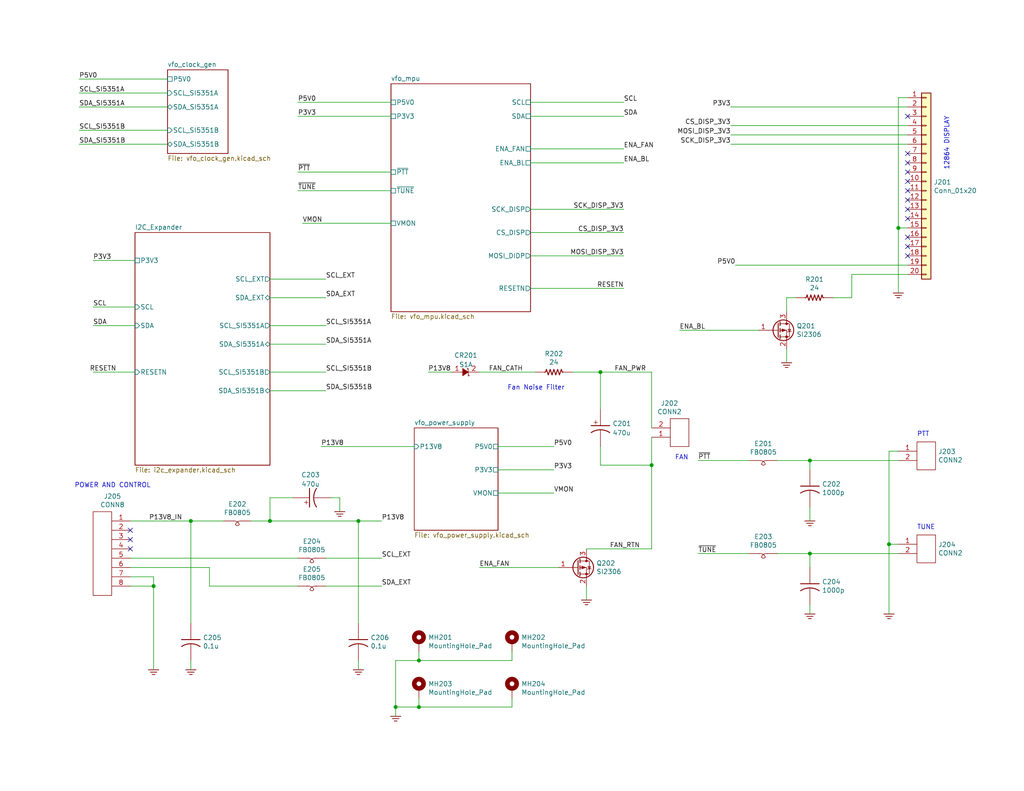
<source format=kicad_sch>
(kicad_sch (version 20211123) (generator eeschema)
  (paper "A")
  (title_block (title "Quad output VFO") (date "2022-02-23") (rev "X2"))
  (lib_symbols
    (symbol "Connector_Generic:Conn_01x20" (pin_names (offset 1.016) hide)
      (property "Reference" "J" (at 0 25.4 0))
      (property "Value" "Conn_01x20" (at 0 -27.94 0))
      (symbol "Conn_01x20_1_1"
        (rectangle (start -1.27 -25.273) (end 0 -25.527) (stroke (width 0.1524)))
        (rectangle (start -1.27 -22.733) (end 0 -22.987) (stroke (width 0.1524)))
        (rectangle (start -1.27 -20.193) (end 0 -20.447) (stroke (width 0.1524)))
        (rectangle (start -1.27 -17.653) (end 0 -17.907) (stroke (width 0.1524)))
        (rectangle (start -1.27 -15.113) (end 0 -15.367) (stroke (width 0.1524)))
        (rectangle (start -1.27 -12.573) (end 0 -12.827) (stroke (width 0.1524)))
        (rectangle (start -1.27 -10.033) (end 0 -10.287) (stroke (width 0.1524)))
        (rectangle (start -1.27 -7.493) (end 0 -7.747) (stroke (width 0.1524)))
        (rectangle (start -1.27 -4.953) (end 0 -5.207) (stroke (width 0.1524)))
        (rectangle (start -1.27 -2.413) (end 0 -2.667) (stroke (width 0.1524)))
        (rectangle (start -1.27 0.127) (end 0 -0.127) (stroke (width 0.1524)))
        (rectangle (start -1.27 2.667) (end 0 2.413) (stroke (width 0.1524)))
        (rectangle (start -1.27 5.207) (end 0 4.953) (stroke (width 0.1524)))
        (rectangle (start -1.27 7.747) (end 0 7.493) (stroke (width 0.1524)))
        (rectangle (start -1.27 10.287) (end 0 10.033) (stroke (width 0.1524)))
        (rectangle (start -1.27 12.827) (end 0 12.573) (stroke (width 0.1524)))
        (rectangle (start -1.27 15.367) (end 0 15.113) (stroke (width 0.1524)))
        (rectangle (start -1.27 17.907) (end 0 17.653) (stroke (width 0.1524)))
        (rectangle (start -1.27 20.447) (end 0 20.193) (stroke (width 0.1524)))
        (rectangle (start -1.27 22.987) (end 0 22.733) (stroke (width 0.1524)))
        (rectangle (start -1.27 24.13) (end 1.27 -26.67) (stroke (width 0.254)) (fill (type background)))
        (pin passive line (at -5.08 22.86 0) (length 3.81) (name "Pin_1") (number "1"))
        (pin passive line (at -5.08 0 0) (length 3.81) (name "Pin_10") (number "10"))
        (pin passive line (at -5.08 -2.54 0) (length 3.81) (name "Pin_11") (number "11"))
        (pin passive line (at -5.08 -5.08 0) (length 3.81) (name "Pin_12") (number "12"))
        (pin passive line (at -5.08 -7.62 0) (length 3.81) (name "Pin_13") (number "13"))
        (pin passive line (at -5.08 -10.16 0) (length 3.81) (name "Pin_14") (number "14"))
        (pin passive line (at -5.08 -12.7 0) (length 3.81) (name "Pin_15") (number "15"))
        (pin passive line (at -5.08 -15.24 0) (length 3.81) (name "Pin_16") (number "16"))
        (pin passive line (at -5.08 -17.78 0) (length 3.81) (name "Pin_17") (number "17"))
        (pin passive line (at -5.08 -20.32 0) (length 3.81) (name "Pin_18") (number "18"))
        (pin passive line (at -5.08 -22.86 0) (length 3.81) (name "Pin_19") (number "19"))
        (pin passive line (at -5.08 20.32 0) (length 3.81) (name "Pin_2") (number "2"))
        (pin passive line (at -5.08 -25.4 0) (length 3.81) (name "Pin_20") (number "20"))
        (pin passive line (at -5.08 17.78 0) (length 3.81) (name "Pin_3") (number "3"))
        (pin passive line (at -5.08 15.24 0) (length 3.81) (name "Pin_4") (number "4"))
        (pin passive line (at -5.08 12.7 0) (length 3.81) (name "Pin_5") (number "5"))
        (pin passive line (at -5.08 10.16 0) (length 3.81) (name "Pin_6") (number "6"))
        (pin passive line (at -5.08 7.62 0) (length 3.81) (name "Pin_7") (number "7"))
        (pin passive line (at -5.08 5.08 0) (length 3.81) (name "Pin_8") (number "8"))
        (pin passive line (at -5.08 2.54 0) (length 3.81) (name "Pin_9") (number "9"))
      )
    )
    (symbol "Mechanical:MountingHole_Pad" (pin_numbers hide) (pin_names (offset 1.016) hide)
      (property "Reference" "H" (at 0 6.35 0))
      (property "Value" "MountingHole_Pad" (at 0 4.445 0))
      (symbol "MountingHole_Pad_0_1"
        (circle (center 0 1.27) (radius 1.27) (stroke (width 1.27)))
      )
      (symbol "MountingHole_Pad_1_1"
        (pin input line (at 0 -2.54 90) (length 2.54) (name "1") (number "1"))
      )
    )
    (symbol "custom:CONN2" (pin_names (offset 1.016))
      (property "Reference" "J" (at 0 5.08 0))
      (property "Value" "CONN2" (at 0 -5.08 0))
      (symbol "CONN2_0_1"
        (rectangle (start -2.54 3.81) (end 2.54 -3.81))
      )
      (symbol "CONN2_1_1"
        (pin passive line (at -7.62 1.27 0) (length 5.08) (name "~") (number "1"))
        (pin passive line (at -7.62 -1.27 0) (length 5.08) (name "~") (number "2"))
      )
    )
    (symbol "custom:CONN8" (pin_names (offset 1.016))
      (property "Reference" "J" (at 0 12.7 0))
      (property "Value" "CONN8" (at 0 -12.7 0))
      (symbol "CONN8_0_1"
        (rectangle (start -2.54 11.43) (end 2.54 -11.43))
      )
      (symbol "CONN8_1_1"
        (pin passive line (at -7.62 8.89 0) (length 5.08) (name "~") (number "1"))
        (pin passive line (at -7.62 6.35 0) (length 5.08) (name "~") (number "2"))
        (pin passive line (at -7.62 3.81 0) (length 5.08) (name "~") (number "3"))
        (pin passive line (at -7.62 1.27 0) (length 5.08) (name "~") (number "4"))
        (pin passive line (at -7.62 -1.27 0) (length 5.08) (name "~") (number "5"))
        (pin passive line (at -7.62 -3.81 0) (length 5.08) (name "~") (number "6"))
        (pin passive line (at -7.62 -6.35 0) (length 5.08) (name "~") (number "7"))
        (pin passive line (at -7.62 -8.89 0) (length 5.08) (name "~") (number "8"))
      )
    )
    (symbol "custom:CP_US" (pin_numbers hide) (pin_names (offset 0.254) hide)
      (property "Reference" "C" (at 1.27 2.54 0))
      (property "Value" "CP_US" (at 1.27 -2.54 0))
      (symbol "CP_US_0_1"
        (polyline (pts (xy -1.778 1.524) (xy -0.762 1.524)) (stroke (width 0.127)))
        (polyline (pts (xy -1.27 1.016) (xy -1.27 2.032)) (stroke (width 0.127)))
        (polyline (pts (xy -2.54 0.635) (xy 2.54 0.635) (xy 2.54 0.635)) (stroke (width 0.254)))
        (arc (start 2.54 -1.27) (mid 0 -0.5009) (end -2.54 -1.27) (stroke (width 0.254)))
      )
      (symbol "CP_US_1_1"
        (pin passive line (at 0 5.08 270) (length 4.445) (name "~") (number "1"))
        (pin passive line (at 0 -5.08 90) (length 4.445) (name "~") (number "2"))
      )
    )
    (symbol "custom:C_US_0805_0.1UF_X7R_10%_50V_HS" (pin_numbers hide) (pin_names (offset 0.254) hide)
      (property "Reference" "C" (at 1.27 2.54 0))
      (property "Value" "C_US_0805_0.1UF_X7R_10%_50V_HS" (at 1.27 -2.54 0))
      (symbol "C_US_0805_0.1UF_X7R_10%_50V_HS_0_1"
        (polyline (pts (xy -2.54 0.635) (xy 2.54 0.635) (xy 2.54 0.635)) (stroke (width 0.254)))
        (arc (start 2.54 -1.27) (mid 0 -0.5009) (end -2.54 -1.27) (stroke (width 0.254)))
      )
      (symbol "C_US_0805_0.1UF_X7R_10%_50V_HS_1_1"
        (pin passive line (at 0 5.08 270) (length 4.445) (name "~") (number "1"))
        (pin passive line (at 0 -5.08 90) (length 4.445) (name "~") (number "2"))
      )
    )
    (symbol "custom:C_US_0805_C0G_NPO_5%_50V_HS" (pin_numbers hide) (pin_names (offset 0.254) hide)
      (property "Reference" "C" (at 1.27 2.54 0))
      (property "Value" "C_US_0805_C0G_NPO_5%_50V_HS" (at 1.27 -2.54 0))
      (symbol "C_US_0805_C0G_NPO_5%_50V_HS_0_1"
        (polyline (pts (xy -2.54 0.635) (xy 2.54 0.635) (xy 2.54 0.635)) (stroke (width 0.254)))
        (arc (start 2.54 -1.27) (mid 0 -0.5009) (end -2.54 -1.27) (stroke (width 0.254)))
      )
      (symbol "C_US_0805_C0G_NPO_5%_50V_HS_1_1"
        (pin passive line (at 0 5.08 270) (length 4.445) (name "~") (number "1"))
        (pin passive line (at 0 -5.08 90) (length 4.445) (name "~") (number "2"))
      )
    )
    (symbol "custom:DIODE_SCHOTTKY" (pin_names (offset 0.254) hide)
      (property "Reference" "CR" (at -1.778 2.413 0))
      (property "Value" "DIODE_SCHOTTKY" (at -7.112 -2.032 0))
      (symbol "DIODE_SCHOTTKY_0_1"
        (polyline (pts (xy -0.762 -1.016) (xy -0.762 1.016)))
        (polyline (pts (xy -0.762 -1.016) (xy -0.508 -1.016) (xy -0.508 -0.762)))
        (polyline (pts (xy -0.762 1.016) (xy -1.016 1.016) (xy -1.016 0.762)))
        (polyline (pts (xy 0.762 -1.016) (xy -0.762 0) (xy 0.762 1.016) (xy 0.762 -1.016)) (fill (type outline)))
      )
      (symbol "DIODE_SCHOTTKY_1_1"
        (pin passive line (at 3.81 0 180) (length 3.048) (name "A") (number "1"))
        (pin passive line (at -3.81 0 0) (length 3.048) (name "K") (number "2"))
      )
    )
    (symbol "custom:FB0805" (pin_numbers hide) (pin_names (offset 1.016) hide)
      (property "Reference" "E" (at -4.318 1.27 0))
      (property "Value" "FB0805" (at -4.318 -4.064 0))
      (symbol "FB0805_1_0"
        (polyline (pts (xy -2.54 0) (xy -2.286 0)))
        (polyline (pts (xy -0.254 0) (xy 0 0)))
      )
      (symbol "FB0805_1_1"
        (arc (start -1.778 -1.016) (mid -1.27 -1.27) (end -0.762 -1.016))
        (arc (start -1.27 -0.254) (mid -1.7574 -0.0446) (end -2.286 0))
        (arc (start -1.27 -0.254) (mid -1.6002 -0.5842) (end -1.778 -1.016))
        (arc (start -0.762 -1.016) (mid -0.9352 -0.5811) (end -1.27 -0.254))
        (arc (start -0.254 0) (mid -0.7826 -0.0446) (end -1.27 -0.254))
        (pin passive line (at -5.08 0 0) (length 2.54) (name "1") (number "1"))
        (pin passive line (at 2.54 0 180) (length 2.54) (name "2") (number "2"))
      )
    )
    (symbol "custom:GND_US" (power) (pin_names (offset 0))
      (symbol "GND_US_0_1"
        (polyline (pts (xy -1.397 0) (xy 1.397 0)) (stroke (width 0.2032)))
        (polyline (pts (xy -0.889 -0.635) (xy 0.889 -0.635)) (stroke (width 0.2032)))
        (polyline (pts (xy -0.381 -1.27) (xy 0.381 -1.27)) (stroke (width 0.2032)))
      )
      (symbol "GND_US_1_1"
        (pin power_in line (at 0 0 90) (length 0) hide (name "GND") (number "1"))
      )
    )
    (symbol "custom:R_US" (pin_numbers hide) (pin_names (offset 1.016) hide)
      (property "Reference" "R" (at 2.032 0 90))
      (property "Value" "R_US" (at -2.032 0 90))
      (symbol "R_US_0_0"
        (polyline (pts (xy 0 -2.54) (xy 0 -2.54) (xy 0 -2.286) (xy -0.762 -2.032) (xy 0.762 -1.524) (xy -0.762 -1.016) (xy 0.762 -0.508) (xy -0.762 0) (xy 0.762 0.508) (xy -0.762 1.016) (xy 0.762 1.524) (xy -0.762 2.032) (xy 0 2.286) (xy 0 2.54) (xy 0 2.54)) (stroke (width 0.254)))
      )
      (symbol "R_US_1_1"
        (pin passive line (at 0 5.08 270) (length 2.54) (name "~") (number "1"))
        (pin passive line (at 0 -5.08 90) (length 2.54) (name "~") (number "2"))
      )
    )
    (symbol "custom:SI2306" (pin_names (offset 0) hide)
      (property "Reference" "Q" (at 5.08 1.905 0))
      (property "Value" "SI2306" (at 5.08 0 0))
      (symbol "SI2306_0_1"
        (polyline (pts (xy -2.54 0) (xy 0.254 0)))
        (polyline (pts (xy 0.762 -1.778) (xy 2.54 -1.778)))
        (polyline (pts (xy 0.762 -1.27) (xy 0.762 -2.286)) (stroke (width 0.254)))
        (polyline (pts (xy 0.762 0) (xy 2.54 0)))
        (polyline (pts (xy 0.762 0.508) (xy 0.762 -0.508)) (stroke (width 0.254)))
        (polyline (pts (xy 0.762 1.778) (xy 2.54 1.778)))
        (polyline (pts (xy 0.762 2.286) (xy 0.762 1.27)) (stroke (width 0.254)))
        (polyline (pts (xy 2.54 -1.778) (xy 2.54 -2.54)))
        (polyline (pts (xy 2.54 -1.778) (xy 2.54 0)))
        (polyline (pts (xy 2.54 2.54) (xy 2.54 1.778)))
        (polyline (pts (xy 0.254 1.905) (xy 0.254 -1.905) (xy 0.254 -1.905)) (stroke (width 0.254)))
        (polyline (pts (xy 2.286 0) (xy 1.27 -0.381) (xy 1.27 0.381) (xy 2.286 0)) (fill (type outline)))
        (polyline (pts (xy 2.54 -1.778) (xy 3.302 -1.778) (xy 3.302 1.778) (xy 2.54 1.778)))
        (polyline (pts (xy 2.794 -0.508) (xy 2.921 -0.381) (xy 3.683 -0.381) (xy 3.81 -0.254)))
        (polyline (pts (xy 3.302 -0.381) (xy 2.921 0.254) (xy 3.683 0.254) (xy 3.302 -0.381)))
        (circle (center 1.651 0) (radius 2.8194) (stroke (width 0.254)))
        (circle (center 2.54 -1.778) (radius 0.2794) (fill (type outline)))
        (circle (center 2.54 1.778) (radius 0.2794) (fill (type outline)))
      )
      (symbol "SI2306_1_1"
        (pin input line (at -5.08 0 0) (length 2.54) (name "G") (number "1"))
        (pin passive line (at 2.54 -5.08 90) (length 2.54) (name "S") (number "2"))
        (pin passive line (at 2.54 5.08 270) (length 2.54) (name "D") (number "3"))
      )
    )
  )
  (junction (at 97.79 142.24))
  (junction (at 52.07 142.24))
  (junction (at 107.95 193.04))
  (junction (at 41.91 160.02))
  (junction (at 220.98 125.73))
  (junction (at 163.83 101.6))
  (junction (at 73.66 142.24))
  (junction (at 220.98 151.13))
  (junction (at 114.3 180.34))
  (junction (at 114.3 193.04))
  (junction (at 245.11 62.23))
  (junction (at 242.57 148.59))
  (junction (at 177.8 127))
  (no_connect (at 247.65 54.61))
  (no_connect (at 247.65 46.99))
  (no_connect (at 247.65 44.45))
  (no_connect (at 247.65 59.69))
  (no_connect (at 247.65 49.53))
  (no_connect (at 247.65 41.91))
  (no_connect (at 35.56 147.32))
  (no_connect (at 247.65 69.85))
  (no_connect (at 247.65 57.15))
  (no_connect (at 35.56 144.78))
  (no_connect (at 35.56 149.86))
  (no_connect (at 247.65 31.75))
  (no_connect (at 247.65 64.77))
  (no_connect (at 247.65 67.31))
  (no_connect (at 247.65 52.07))
  (wire (pts (xy 232.41 81.28) (xy 227.33 81.28)))
  (wire (pts (xy 232.41 74.93) (xy 232.41 81.28)))
  (wire (pts (xy 163.83 101.6) (xy 177.8 101.6)))
  (wire (pts (xy 247.65 26.67) (xy 245.11 26.67)))
  (wire (pts (xy 130.81 101.6) (xy 146.05 101.6)))
  (wire (pts (xy 245.11 148.59) (xy 242.57 148.59)))
  (wire (pts (xy 177.8 127) (xy 177.8 149.86)))
  (wire (pts (xy 247.65 34.29) (xy 199.39 34.29)))
  (wire (pts (xy 156.21 101.6) (xy 163.83 101.6)))
  (wire (pts (xy 220.98 151.13) (xy 245.11 151.13)))
  (wire (pts (xy 60.96 142.24) (xy 52.07 142.24)))
  (wire (pts (xy 35.56 152.4) (xy 81.28 152.4)))
  (wire (pts (xy 204.47 125.73) (xy 190.5 125.73)))
  (wire (pts (xy 139.7 180.34) (xy 114.3 180.34)))
  (wire (pts (xy 220.98 125.73) (xy 245.11 125.73)))
  (wire (pts (xy 220.98 151.13) (xy 220.98 154.94)))
  (wire (pts (xy 177.8 149.86) (xy 160.02 149.86)))
  (wire (pts (xy 106.68 46.99) (xy 81.28 46.99)))
  (wire (pts (xy 52.07 180.34) (xy 52.07 182.88)))
  (wire (pts (xy 242.57 148.59) (xy 242.57 167.64)))
  (wire (pts (xy 106.68 52.07) (xy 81.28 52.07)))
  (wire (pts (xy 204.47 151.13) (xy 190.5 151.13)))
  (wire (pts (xy 144.78 78.74) (xy 170.18 78.74)))
  (wire (pts (xy 144.78 27.94) (xy 170.18 27.94)))
  (wire (pts (xy 217.17 81.28) (xy 214.63 81.28)))
  (wire (pts (xy 144.78 69.85) (xy 170.18 69.85)))
  (wire (pts (xy 25.4 88.9) (xy 36.83 88.9)))
  (wire (pts (xy 45.72 25.4) (xy 21.59 25.4)))
  (wire (pts (xy 220.98 125.73) (xy 220.98 128.27)))
  (wire (pts (xy 247.65 29.21) (xy 199.39 29.21)))
  (wire (pts (xy 73.66 76.2) (xy 88.9 76.2)))
  (wire (pts (xy 57.15 154.94) (xy 57.15 160.02)))
  (wire (pts (xy 73.66 101.6) (xy 88.9 101.6)))
  (wire (pts (xy 41.91 157.48) (xy 41.91 160.02)))
  (wire (pts (xy 25.4 71.12) (xy 36.83 71.12)))
  (wire (pts (xy 139.7 193.04) (xy 114.3 193.04)))
  (wire (pts (xy 35.56 157.48) (xy 41.91 157.48)))
  (wire (pts (xy 160.02 160.02) (xy 160.02 163.83)))
  (wire (pts (xy 207.01 90.17) (xy 185.42 90.17)))
  (wire (pts (xy 220.98 165.1) (xy 220.98 167.64)))
  (wire (pts (xy 214.63 95.25) (xy 214.63 99.06)))
  (wire (pts (xy 116.84 101.6) (xy 123.19 101.6)))
  (wire (pts (xy 45.72 21.59) (xy 21.59 21.59)))
  (wire (pts (xy 82.55 60.96) (xy 106.68 60.96)))
  (wire (pts (xy 163.83 101.6) (xy 163.83 111.76)))
  (wire (pts (xy 73.66 88.9) (xy 88.9 88.9)))
  (wire (pts (xy 135.89 121.92) (xy 151.13 121.92)))
  (wire (pts (xy 35.56 142.24) (xy 52.07 142.24)))
  (wire (pts (xy 45.72 29.21) (xy 21.59 29.21)))
  (wire (pts (xy 106.68 27.94) (xy 81.28 27.94)))
  (wire (pts (xy 247.65 62.23) (xy 245.11 62.23)))
  (wire (pts (xy 247.65 36.83) (xy 199.39 36.83)))
  (wire (pts (xy 97.79 180.34) (xy 97.79 182.88)))
  (wire (pts (xy 21.59 39.37) (xy 45.72 39.37)))
  (wire (pts (xy 80.01 135.89) (xy 73.66 135.89)))
  (wire (pts (xy 92.71 139.7) (xy 92.71 135.89)))
  (wire (pts (xy 144.78 44.45) (xy 170.18 44.45)))
  (wire (pts (xy 73.66 81.28) (xy 88.9 81.28)))
  (wire (pts (xy 92.71 135.89) (xy 90.17 135.89)))
  (wire (pts (xy 245.11 62.23) (xy 245.11 80.01)))
  (wire (pts (xy 163.83 121.92) (xy 163.83 127)))
  (wire (pts (xy 177.8 116.84) (xy 177.8 101.6)))
  (wire (pts (xy 41.91 160.02) (xy 41.91 182.88)))
  (wire (pts (xy 247.65 39.37) (xy 199.39 39.37)))
  (wire (pts (xy 144.78 40.64) (xy 170.18 40.64)))
  (wire (pts (xy 73.66 135.89) (xy 73.66 142.24)))
  (wire (pts (xy 25.4 101.6) (xy 36.83 101.6)))
  (wire (pts (xy 245.11 123.19) (xy 242.57 123.19)))
  (wire (pts (xy 97.79 142.24) (xy 97.79 170.18)))
  (wire (pts (xy 242.57 123.19) (xy 242.57 148.59)))
  (wire (pts (xy 139.7 177.8) (xy 139.7 180.34)))
  (wire (pts (xy 144.78 63.5) (xy 170.18 63.5)))
  (wire (pts (xy 73.66 142.24) (xy 97.79 142.24)))
  (wire (pts (xy 163.83 127) (xy 177.8 127)))
  (wire (pts (xy 57.15 160.02) (xy 81.28 160.02)))
  (wire (pts (xy 135.89 134.62) (xy 151.13 134.62)))
  (wire (pts (xy 214.63 81.28) (xy 214.63 85.09)))
  (wire (pts (xy 247.65 74.93) (xy 232.41 74.93)))
  (wire (pts (xy 135.89 128.27) (xy 151.13 128.27)))
  (wire (pts (xy 114.3 180.34) (xy 114.3 177.8)))
  (wire (pts (xy 97.79 142.24) (xy 104.14 142.24)))
  (wire (pts (xy 25.4 83.82) (xy 36.83 83.82)))
  (wire (pts (xy 52.07 142.24) (xy 52.07 170.18)))
  (wire (pts (xy 144.78 57.15) (xy 170.18 57.15)))
  (wire (pts (xy 144.78 31.75) (xy 170.18 31.75)))
  (wire (pts (xy 113.03 121.92) (xy 87.63 121.92)))
  (wire (pts (xy 114.3 190.5) (xy 114.3 193.04)))
  (wire (pts (xy 88.9 152.4) (xy 104.14 152.4)))
  (wire (pts (xy 68.58 142.24) (xy 73.66 142.24)))
  (wire (pts (xy 220.98 138.43) (xy 220.98 142.24)))
  (wire (pts (xy 177.8 119.38) (xy 177.8 127)))
  (wire (pts (xy 88.9 160.02) (xy 104.14 160.02)))
  (wire (pts (xy 245.11 26.67) (xy 245.11 62.23)))
  (wire (pts (xy 212.09 125.73) (xy 220.98 125.73)))
  (wire (pts (xy 152.4 154.94) (xy 130.81 154.94)))
  (wire (pts (xy 106.68 31.75) (xy 81.28 31.75)))
  (wire (pts (xy 212.09 151.13) (xy 220.98 151.13)))
  (wire (pts (xy 114.3 180.34) (xy 107.95 180.34)))
  (wire (pts (xy 139.7 190.5) (xy 139.7 193.04)))
  (wire (pts (xy 247.65 72.39) (xy 200.66 72.39)))
  (wire (pts (xy 73.66 93.98) (xy 88.9 93.98)))
  (wire (pts (xy 21.59 35.56) (xy 45.72 35.56)))
  (wire (pts (xy 35.56 160.02) (xy 41.91 160.02)))
  (wire (pts (xy 107.95 180.34) (xy 107.95 193.04)))
  (wire (pts (xy 107.95 193.04) (xy 107.95 195.58)))
  (wire (pts (xy 114.3 193.04) (xy 107.95 193.04)))
  (wire (pts (xy 73.66 106.68) (xy 88.9 106.68)))
  (wire (pts (xy 35.56 154.94) (xy 57.15 154.94)))
  (text "POWER AND CONTROL" (at 20.32 133.35 0) (effects (font (size 1.27 1.27)) (justify left bottom)))
  (text "PTT\n" (at 250.19 119.38 0) (effects (font (size 1.27 1.27)) (justify left bottom)))
  (text "TUNE" (at 250.19 144.78 0) (effects (font (size 1.27 1.27)) (justify left bottom)))
  (text "12864 DISPLAY" (at 259.08 31.75 270) (effects (font (size 1.27 1.27)) (justify right bottom)))
  (text "Fan Noise Filter" (at 138.43 106.68 0) (effects (font (size 1.27 1.27)) (justify left bottom)))
  (text "FAN" (at 184.15 125.73 0) (effects (font (size 1.27 1.27)) (justify left bottom)))
  (label "FAN_RTN" (at 166.37 149.86 0))
  (label "P13V8" (at 87.63 121.92 0))
  (label "SDA_SI5351B" (at 21.59 39.37 0))
  (label "SDA_SI5351A" (at 88.9 93.98 0))
  (label "ENA_FAN" (at 130.81 154.94 0))
  (label "P5V0" (at 151.13 121.92 0))
  (label "ENA_BL" (at 170.18 44.45 0))
  (label "~{TUNE}" (at 81.28 52.07 0))
  (label "~{PTT}" (at 190.5 125.73 0))
  (label "SCL_SI5351A" (at 88.9 88.9 0))
  (label "SDA" (at 170.18 31.75 0))
  (label "ENA_FAN" (at 170.18 40.64 0))
  (label "P13V8_IN" (at 40.64 142.24 0))
  (label "VMON" (at 151.13 134.62 0))
  (label "P5V0" (at 21.59 21.59 0))
  (label "MOSI_DISP_3V3" (at 199.39 36.83 180))
  (label "P5V0" (at 81.28 27.94 0))
  (label "P5V0" (at 200.66 72.39 180))
  (label "RESETN" (at 31.75 101.6 180))
  (label "CS_DISP_3V3" (at 170.18 63.5 180))
  (label "SCL_SI5351B" (at 21.59 35.56 0))
  (label "SCL" (at 170.18 27.94 0))
  (label "SCL_SI5351A" (at 21.59 25.4 0))
  (label "FAN_CATH" (at 133.35 101.6 0))
  (label "RESETN" (at 170.18 78.74 180))
  (label "SDA_SI5351B" (at 88.9 106.68 0))
  (label "P13V8" (at 116.84 101.6 0))
  (label "VMON" (at 82.55 60.96 0))
  (label "P3V3" (at 151.13 128.27 0))
  (label "ENA_BL" (at 185.42 90.17 0))
  (label "SCL_SI5351B" (at 88.9 101.6 0))
  (label "P3V3" (at 81.28 31.75 0))
  (label "~{TUNE}" (at 190.5 151.13 0))
  (label "SDA_EXT" (at 88.9 81.28 0))
  (label "P3V3" (at 25.4 71.12 0))
  (label "P3V3" (at 199.39 29.21 180))
  (label "SCL_EXT" (at 104.14 152.4 0))
  (label "~{PTT}" (at 81.28 46.99 0))
  (label "SCK_DISP_3V3" (at 199.39 39.37 180))
  (label "SDA_SI5351A" (at 21.59 29.21 0))
  (label "CS_DISP_3V3" (at 199.39 34.29 180))
  (label "SDA_EXT" (at 104.14 160.02 0))
  (label "P13V8" (at 104.14 142.24 0))
  (label "SCL" (at 25.4 83.82 0))
  (label "MOSI_DISP_3V3" (at 170.18 69.85 180))
  (label "SCK_DISP_3V3" (at 170.18 57.15 180))
  (label "SDA" (at 25.4 88.9 0))
  (label "FAN_PWR" (at 167.64 101.6 0))
  (label "SCL_EXT" (at 88.9 76.2 0))
  (symbol (lib_id "Mechanical:MountingHole_Pad") (at 114.3 175.26 0) (unit 1)
    (property "Reference" "MH201" (at 116.84 174.0154 0) (effects (justify left)))
    (property "Value" "MountingHole_Pad" (at 116.84 176.3268 0) (effects (justify left)))
    (property "Footprint" "MountingHole:MountingHole_3.2mm_M3_Pad_Via" (effects hide))
  )
  (symbol (lib_id "Mechanical:MountingHole_Pad") (at 139.7 175.26 0) (unit 1)
    (property "Reference" "MH202" (at 142.24 174.0154 0) (effects (justify left)))
    (property "Value" "MountingHole_Pad" (at 142.24 176.3268 0) (effects (justify left)))
    (property "Footprint" "MountingHole:MountingHole_3.2mm_M3_Pad_Via" (effects hide))
  )
  (symbol (lib_id "Mechanical:MountingHole_Pad") (at 114.3 187.96 0) (unit 1)
    (property "Reference" "MH203" (at 116.84 186.7154 0) (effects (justify left)))
    (property "Value" "MountingHole_Pad" (at 116.84 189.0268 0) (effects (justify left)))
    (property "Footprint" "MountingHole:MountingHole_3.2mm_M3_Pad_Via" (effects hide))
  )
  (symbol (lib_id "Mechanical:MountingHole_Pad") (at 139.7 187.96 0) (unit 1)
    (property "Reference" "MH204" (at 142.24 186.7154 0) (effects (justify left)))
    (property "Value" "MountingHole_Pad" (at 142.24 189.0268 0) (effects (justify left)))
    (property "Footprint" "MountingHole:MountingHole_3.2mm_M3_Pad_Via" (effects hide))
  )
  (symbol (lib_id "custom:GND_US") (at 107.95 195.58 0) (unit 1)
    (property "Reference" "#PWR0211" (effects hide))
    (property "Value" "GND_US" (effects hide))
  )
  (symbol (lib_id "custom:CONN8") (at 27.94 151.13 0) (mirror y) (unit 1)
    (property "Reference" "J205" (at 30.6832 135.509 0))
    (property "Value" "CONN8" (at 30.6832 137.8204 0))
    (property "Footprint" "mods:JST_B8B_XH_A" (effects hide))
    (property "PartNumber" "800114-108" (effects hide))
  )
  (symbol (lib_id "custom:GND_US") (at 41.91 182.88 0) (unit 1)
    (property "Reference" "#PWR0208" (effects hide))
    (property "Value" "GND_US" (effects hide))
  )
  (symbol (lib_id "custom:C_US_0805_0.1UF_X7R_10%_50V_HS") (at 52.07 175.26 0) (unit 1)
    (property "Reference" "C205" (at 55.372 174.0916 0) (effects (justify left)))
    (property "Value" "0.1u" (at 55.372 176.403 0) (effects (justify left)))
    (property "Footprint" "Capacitor_SMD:C_0805_2012Metric_Pad1.18x1.45mm_HandSolder" (effects hide))
    (property "PartNumber" "800238-104" (effects hide))
  )
  (symbol (lib_id "custom:GND_US") (at 52.07 182.88 0) (unit 1)
    (property "Reference" "#PWR0209" (effects hide))
    (property "Value" "GND_US" (effects hide))
  )
  (symbol (lib_id "custom:FB0805") (at 66.04 142.24 0) (unit 1)
    (property "Reference" "E202" (at 64.77 137.6426 0))
    (property "Value" "FB0805" (at 64.77 139.954 0))
    (property "Footprint" "Inductor_SMD:L_0805_2012Metric_Pad1.05x1.20mm_HandSolder" (effects hide))
    (property "PartNumber" "800245-601" (effects hide))
  )
  (symbol (lib_id "custom:FB0805") (at 86.36 152.4 0) (unit 1)
    (property "Reference" "E204" (at 85.09 147.8026 0))
    (property "Value" "FB0805" (at 85.09 150.114 0))
    (property "Footprint" "Inductor_SMD:L_0805_2012Metric_Pad1.05x1.20mm_HandSolder" (effects hide))
    (property "PartNumber" "800245-601" (effects hide))
  )
  (symbol (lib_id "custom:FB0805") (at 86.36 160.02 0) (unit 1)
    (property "Reference" "E205" (at 85.09 155.4226 0))
    (property "Value" "FB0805" (at 85.09 157.734 0))
    (property "Footprint" "Inductor_SMD:L_0805_2012Metric_Pad1.05x1.20mm_HandSolder" (effects hide))
    (property "PartNumber" "800245-601" (effects hide))
  )
  (symbol (lib_id "custom:SI2306") (at 212.09 90.17 0) (unit 1)
    (property "Reference" "Q201" (at 217.3224 89.0016 0) (effects (justify left)))
    (property "Value" "SI2306" (at 217.3224 91.313 0) (effects (justify left)))
    (property "Footprint" "Package_TO_SOT_SMD:SOT-23" (effects hide))
    (property "Datasheet" "http://www.vishay.com/docs/70209/70209.pdf" (effects hide))
    (property "PartNumber" "800123-101" (effects hide))
  )
  (symbol (lib_id "custom:R_US") (at 222.25 81.28 270) (unit 1)
    (property "Reference" "R201" (at 222.25 76.2762 90))
    (property "Value" "24" (at 222.25 78.5876 90))
    (property "Footprint" "Resistor_SMD:R_2512_6332Metric_Pad1.40x3.35mm_HandSolder" (effects hide))
    (property "PartNumber" "800248-240" (effects hide))
  )
  (symbol (lib_id "custom:C_US_0805_0.1UF_X7R_10%_50V_HS") (at 97.79 175.26 0) (unit 1)
    (property "Reference" "C206" (at 101.092 174.0916 0) (effects (justify left)))
    (property "Value" "0.1u" (at 101.092 176.403 0) (effects (justify left)))
    (property "Footprint" "Capacitor_SMD:C_0805_2012Metric_Pad1.18x1.45mm_HandSolder" (effects hide))
    (property "PartNumber" "800238-104" (effects hide))
  )
  (symbol (lib_id "custom:GND_US") (at 97.79 182.88 0) (unit 1)
    (property "Reference" "#PWR0210" (effects hide))
    (property "Value" "GND_US" (effects hide))
  )
  (symbol (lib_id "custom:GND_US") (at 214.63 99.06 0) (unit 1)
    (property "Reference" "#PWR0202" (effects hide))
    (property "Value" "GND_US" (effects hide))
  )
  (symbol (lib_id "custom:CONN2") (at 185.42 118.11 0) (mirror x) (unit 1)
    (property "Reference" "J202" (at 182.6768 110.109 0))
    (property "Value" "CONN2" (at 182.6768 112.4204 0))
    (property "Footprint" "mods:JST_B2B_XH_A" (effects hide))
    (property "PartNumber" "800114-102" (effects hide))
  )
  (symbol (lib_id "custom:CONN2") (at 252.73 124.46 0) (unit 1)
    (property "Reference" "J203" (at 255.9812 123.2916 0) (effects (justify left)))
    (property "Value" "CONN2" (at 255.9812 125.603 0) (effects (justify left)))
    (property "Footprint" "mods:JST_B2B_XH_A" (effects hide))
    (property "PartNumber" "800114-102" (effects hide))
  )
  (symbol (lib_id "custom:CONN2") (at 252.73 149.86 0) (unit 1)
    (property "Reference" "J204" (at 255.9812 148.6916 0) (effects (justify left)))
    (property "Value" "CONN2" (at 255.9812 151.003 0) (effects (justify left)))
    (property "Footprint" "mods:JST_B2B_XH_A" (effects hide))
    (property "PartNumber" "800114-102" (effects hide))
  )
  (symbol (lib_id "custom:GND_US") (at 242.57 167.64 0) (unit 1)
    (property "Reference" "#PWR0207" (effects hide))
    (property "Value" "GND_US" (effects hide))
  )
  (symbol (lib_id "custom:GND_US") (at 160.02 163.83 0) (unit 1)
    (property "Reference" "#PWR0205" (effects hide))
    (property "Value" "GND_US" (effects hide))
  )
  (symbol (lib_id "custom:C_US_0805_C0G_NPO_5%_50V_HS") (at 220.98 133.35 0) (unit 1)
    (property "Reference" "C202" (at 224.282 132.1816 0) (effects (justify left)))
    (property "Value" "1000p" (at 224.282 134.493 0) (effects (justify left)))
    (property "Footprint" "Capacitor_SMD:C_0805_2012Metric_Pad1.18x1.45mm_HandSolder" (effects hide))
    (property "PartNumber" "800239-102" (effects hide))
  )
  (symbol (lib_id "custom:C_US_0805_C0G_NPO_5%_50V_HS") (at 220.98 160.02 0) (unit 1)
    (property "Reference" "C204" (at 224.282 158.8516 0) (effects (justify left)))
    (property "Value" "1000p" (at 224.282 161.163 0) (effects (justify left)))
    (property "Footprint" "Capacitor_SMD:C_0805_2012Metric_Pad1.18x1.45mm_HandSolder" (effects hide))
    (property "PartNumber" "800239-102" (effects hide))
  )
  (symbol (lib_id "custom:GND_US") (at 220.98 167.64 0) (unit 1)
    (property "Reference" "#PWR0206" (effects hide))
    (property "Value" "GND_US" (effects hide))
  )
  (symbol (lib_id "custom:FB0805") (at 209.55 125.73 0) (unit 1)
    (property "Reference" "E201" (at 208.28 121.1326 0))
    (property "Value" "FB0805" (at 208.28 123.444 0))
    (property "Footprint" "Inductor_SMD:L_0805_2012Metric_Pad1.05x1.20mm_HandSolder" (effects hide))
    (property "PartNumber" "800245-601" (effects hide))
  )
  (symbol (lib_id "custom:FB0805") (at 209.55 151.13 0) (unit 1)
    (property "Reference" "E203" (at 208.28 146.5326 0))
    (property "Value" "FB0805" (at 208.28 148.844 0))
    (property "Footprint" "Inductor_SMD:L_0805_2012Metric_Pad1.05x1.20mm_HandSolder" (effects hide))
    (property "PartNumber" "800245-601" (effects hide))
  )
  (symbol (lib_id "custom:SI2306") (at 157.48 154.94 0) (unit 1)
    (property "Reference" "Q202" (at 162.7124 153.7716 0) (effects (justify left)))
    (property "Value" "SI2306" (at 162.7124 156.083 0) (effects (justify left)))
    (property "Footprint" "Package_TO_SOT_SMD:SOT-23" (effects hide))
    (property "Datasheet" "http://www.vishay.com/docs/70209/70209.pdf" (effects hide))
    (property "PartNumber" "800123-101" (effects hide))
  )
  (symbol (lib_id "custom:GND_US") (at 220.98 142.24 0) (unit 1)
    (property "Reference" "#PWR0204" (effects hide))
    (property "Value" "GND_US" (effects hide))
  )
  (symbol (lib_id "Connector_Generic:Conn_01x20") (at 252.73 49.53 0) (unit 1)
    (property "Reference" "J201" (at 254.762 49.7332 0) (effects (justify left)))
    (property "Value" "Conn_01x20" (at 254.762 52.0446 0) (effects (justify left)))
    (property "Footprint" "mods:12864_display" (effects hide))
    (property "PartNumber" "800283-020" (effects hide))
  )
  (symbol (lib_id "custom:GND_US") (at 245.11 80.01 0) (unit 1)
    (property "Reference" "#PWR0201" (effects hide))
    (property "Value" "GND_US" (effects hide))
  )
  (symbol (lib_id "custom:GND_US") (at 92.71 139.7 0) (unit 1)
    (property "Reference" "#PWR0203" (effects hide))
    (property "Value" "GND_US" (effects hide))
  )
  (symbol (lib_id "custom:CP_US") (at 85.09 135.89 90) (unit 1)
    (property "Reference" "C203" (at 84.7407 129.6502 90))
    (property "Value" "470u" (at 84.7407 132.1871 90))
    (property "Footprint" "Capacitor_SMD:CP_Elec_10x10" (effects hide))
    (property "PartNumber" "800270-477" (effects hide))
  )
  (symbol (lib_id "custom:R_US") (at 151.13 101.6 270) (unit 1)
    (property "Reference" "R202" (at 151.13 96.5962 90))
    (property "Value" "24" (at 151.13 98.9076 90))
    (property "Footprint" "Resistor_SMD:R_2512_6332Metric_Pad1.40x3.35mm_HandSolder" (effects hide))
    (property "PartNumber" "800248-240" (effects hide))
  )
  (symbol (lib_id "custom:DIODE_SCHOTTKY") (at 127 101.6 180) (unit 1)
    (property "Reference" "CR201" (at 127.127 97.0112 0))
    (property "Value" "S1A" (at 127.127 99.5481 0))
    (property "Footprint" "mods:SMA-SAR" (effects hide))
    (property "PartNumber" "800109-101" (effects hide))
  )
  (symbol (lib_id "custom:CP_US") (at 163.83 116.84 0) (unit 1)
    (property "Reference" "C201" (at 167.132 115.656 0) (effects (justify left)))
    (property "Value" "470u" (at 167.132 118.1929 0) (effects (justify left)))
    (property "Footprint" "Capacitor_SMD:CP_Elec_10x10" (effects hide))
    (property "PartNumber" "800270-477" (effects hide))
  )
  (sheet (at 113.03 116.84) (size 22.86 27.94)
    (property "Sheet name" "vfo_power_supply" (at 113.03 116.1284 0) (effects (justify left bottom)))
    (property "Sheet file" "vfo_power_supply.kicad_sch" (at 113.03 145.3646 0) (effects (justify left top)))
    (pin "P13V8" input (at 113.03 121.92 180))
    (pin "P5V0" passive (at 135.89 121.92 0))
    (pin "P3V3" passive (at 135.89 128.27 0))
    (pin "VMON" passive (at 135.89 134.62 0))
  )
  (sheet (at 106.68 22.86) (size 38.1 62.23)
    (property "Sheet name" "vfo_mpu" (at 106.68 22.1484 0) (effects (justify left bottom)))
    (property "Sheet file" "vfo_mpu.kicad_sch" (at 106.68 85.6746 0) (effects (justify left top)))
    (pin "P5V0" passive (at 106.68 27.94 180))
    (pin "P3V3" passive (at 106.68 31.75 180))
    (pin "SCL" passive (at 144.78 27.94 0))
    (pin "SDA" passive (at 144.78 31.75 0))
    (pin "ENA_FAN" passive (at 144.78 40.64 0))
    (pin "ENA_BL" passive (at 144.78 44.45 0))
    (pin "~{PTT}" passive (at 106.68 46.99 180))
    (pin "~{TUNE}" passive (at 106.68 52.07 180))
    (pin "SCK_DISP" output (at 144.78 57.15 0))
    (pin "CS_DISP" output (at 144.78 63.5 0))
    (pin "MOSI_DIDP" output (at 144.78 69.85 0))
    (pin "RESETN" output (at 144.78 78.74 0))
    (pin "VMON" passive (at 106.68 60.96 180))
  )
  (sheet (at 45.72 19.05) (size 16.51 22.86)
    (property "Sheet name" "vfo_clock_gen" (at 45.72 18.3384 0) (effects (justify left bottom)))
    (property "Sheet file" "vfo_clock_gen.kicad_sch" (at 45.72 42.4946 0) (effects (justify left top)))
    (pin "P5V0" passive (at 45.72 21.59 180))
    (pin "SCL_SI5351A" input (at 45.72 25.4 180))
    (pin "SDA_SI5351A" bidirectional (at 45.72 29.21 180))
    (pin "SCL_SI5351B" input (at 45.72 35.56 180))
    (pin "SDA_SI5351B" bidirectional (at 45.72 39.37 180))
  )
  (sheet (at 36.83 63.5) (size 36.83 63.5) (stroke (width 0.1524))
    (property "Sheet name" "I2C_Expander" (at 36.83 62.7884 0) (effects (justify left bottom)))
    (property "Sheet file" "i2c_expander.kicad_sch" (at 36.83 127.5846 0) (effects (justify left top)))
    (pin "SDA_EXT" bidirectional (at 73.66 81.28 0))
    (pin "SCL_SI5351B" output (at 73.66 101.6 0))
    (pin "SDA_SI5351A" bidirectional (at 73.66 93.98 0))
    (pin "SDA_SI5351B" bidirectional (at 73.66 106.68 0))
    (pin "SCL_SI5351A" output (at 73.66 88.9 0))
    (pin "P3V3" passive (at 36.83 71.12 180))
    (pin "SCL" input (at 36.83 83.82 180))
    (pin "SDA" input (at 36.83 88.9 180))
    (pin "SCL_EXT" output (at 73.66 76.2 0))
    (pin "RESETN" input (at 36.83 101.6 180))
  )
)
</source>
